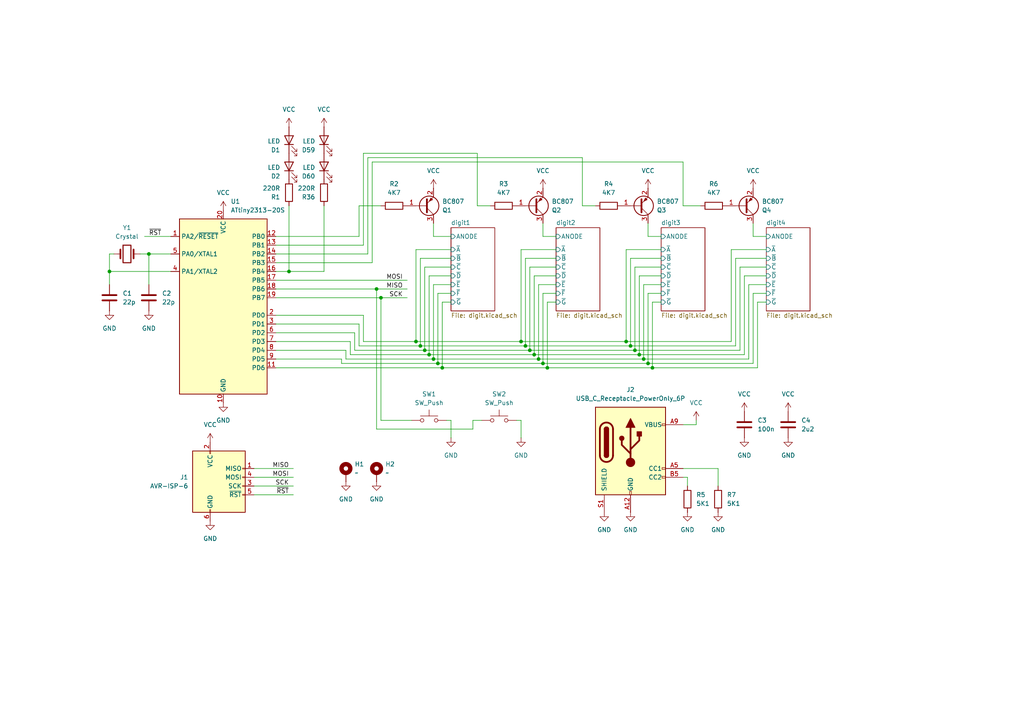
<source format=kicad_sch>
(kicad_sch (version 20250114) (generator "eeschema") (generator_version "9.0")
  (paper "A4")
  (title_block (title "SKADIS LED clock") (date "2025-10-11") (rev "A") (company "A. K."))
  (lib_symbols
    (symbol "Connector:AVR-ISP-6" (pin_names (offset 1.016))
      (property "Reference" "J" (at -6.35 11.43 0))
      (property "Value" "AVR-ISP-6" (at 0 11.43 0))
      (symbol "AVR-ISP-6_0_1"
        (rectangle (start -2.667 10.16) (end -2.413 9.398))
        (rectangle (start -2.667 -6.858) (end -2.413 -7.62))
        (rectangle (start 7.62 10.16) (end -7.62 -7.62) (stroke (width 0.254)) (fill (type background)))
        (rectangle (start 7.62 5.207) (end 6.858 4.953))
        (rectangle (start 7.62 2.667) (end 6.858 2.413))
        (rectangle (start 7.62 0.127) (end 6.858 -0.127))
        (rectangle (start 7.62 -2.413) (end 6.858 -2.667))
      )
      (symbol "AVR-ISP-6_1_1"
        (pin passive line (at -2.54 12.7 270) (length 2.54) (name "VCC") (number "2"))
        (pin passive line (at -2.54 -10.16 90) (length 2.54) (name "GND") (number "6"))
        (pin passive line (at 10.16 5.08 180) (length 2.54) (name "MISO") (number "1"))
        (pin passive line (at 10.16 2.54 180) (length 2.54) (name "MOSI") (number "4"))
        (pin passive line (at 10.16 0 180) (length 2.54) (name "SCK") (number "3"))
        (pin passive line (at 10.16 -2.54 180) (length 2.54) (name "~{RST}") (number "5"))
      )
    )
    (symbol "Connector:USB_C_Receptacle_PowerOnly_6P" (pin_names (offset 1.016))
      (property "Reference" "J" (at 0 16.51 0))
      (property "Value" "USB_C_Receptacle_PowerOnly_6P" (at 0 13.97 0))
      (symbol "USB_C_Receptacle_PowerOnly_6P_0_0"
        (rectangle (start -0.254 -12.7) (end 0.254 -11.684))
        (rectangle (start 10.16 7.874) (end 9.144 7.366))
        (rectangle (start 10.16 -4.826) (end 9.144 -5.334))
        (rectangle (start 10.16 -7.366) (end 9.144 -7.874))
      )
      (symbol "USB_C_Receptacle_PowerOnly_6P_0_1"
        (rectangle (start -10.16 12.7) (end 10.16 -12.7) (stroke (width 0.254)) (fill (type background)))
        (polyline (pts (xy -8.89 -1.27) (xy -8.89 6.35)) (stroke (width 0.508)))
        (rectangle (start -7.62 -1.27) (end -6.35 6.35) (stroke (width 0.254)) (fill (type outline)))
        (arc (start -7.62 6.35) (mid -6.985 6.9823) (end -6.35 6.35) (stroke (width 0.254)))
        (arc (start -7.62 6.35) (mid -6.985 6.9823) (end -6.35 6.35) (stroke (width 0.254)) (fill (type outline)))
        (arc (start -8.89 6.35) (mid -6.985 8.2467) (end -5.08 6.35) (stroke (width 0.508)))
        (arc (start -5.08 -1.27) (mid -6.985 -3.1667) (end -8.89 -1.27) (stroke (width 0.508)))
        (arc (start -6.35 -1.27) (mid -6.985 -1.9023) (end -7.62 -1.27) (stroke (width 0.254)))
        (arc (start -6.35 -1.27) (mid -6.985 -1.9023) (end -7.62 -1.27) (stroke (width 0.254)) (fill (type outline)))
        (polyline (pts (xy -5.08 6.35) (xy -5.08 -1.27)) (stroke (width 0.508)))
        (circle (center -2.54 3.683) (radius 0.635) (stroke (width 0.254)) (fill (type outline)))
        (polyline (pts (xy -1.27 6.858) (xy 0 9.398) (xy 1.27 6.858) (xy -1.27 6.858)) (stroke (width 0.254)) (fill (type outline)))
        (polyline (pts (xy 0 0.508) (xy 2.54 3.048) (xy 2.54 4.318)) (stroke (width 0.508)))
        (polyline (pts (xy 0 -0.762) (xy -2.54 1.778) (xy -2.54 3.048)) (stroke (width 0.508)))
        (polyline (pts (xy 0 -3.302) (xy 0 6.858)) (stroke (width 0.508)))
        (circle (center 0 -3.302) (radius 1.27) (fill (type outline)))
        (rectangle (start 1.905 4.318) (end 3.175 5.588) (stroke (width 0.254)) (fill (type outline)))
      )
      (symbol "USB_C_Receptacle_PowerOnly_6P_1_1"
        (pin passive line (at -7.62 -17.78 90) (length 5.08) (name "SHIELD") (number "S1"))
        (pin passive line (at 0 -17.78 90) (length 5.08) (name "GND") (number "A12"))
        (pin passive line (at 0 -17.78 90) (length 5.08) (hide yes) (name "GND") (number "B12"))
        (pin passive line (at 15.24 7.62 180) (length 5.08) (name "VBUS") (number "A9"))
        (pin passive line (at 15.24 7.62 180) (length 5.08) (hide yes) (name "VBUS") (number "B9"))
        (pin bidirectional line (at 15.24 -5.08 180) (length 5.08) (name "CC1") (number "A5"))
        (pin bidirectional line (at 15.24 -7.62 180) (length 5.08) (name "CC2") (number "B5"))
      )
    )
    (symbol "Device:C" (pin_numbers (hide yes)) (pin_names (offset 0.254))
      (property "Reference" "C" (at 0.635 2.54 0))
      (property "Value" "C" (at 0.635 -2.54 0))
      (symbol "C_0_1"
        (polyline (pts (xy -2.032 0.762) (xy 2.032 0.762)) (stroke (width 0.508)))
        (polyline (pts (xy -2.032 -0.762) (xy 2.032 -0.762)) (stroke (width 0.508)))
      )
      (symbol "C_1_1"
        (pin passive line (at 0 3.81 270) (length 2.794) (name "~") (number "1"))
        (pin passive line (at 0 -3.81 90) (length 2.794) (name "~") (number "2"))
      )
    )
    (symbol "Device:Crystal" (pin_numbers (hide yes)) (pin_names (offset 1.016) (hide yes))
      (property "Reference" "Y" (at 0 3.81 0))
      (property "Value" "Crystal" (at 0 -3.81 0))
      (symbol "Crystal_0_1"
        (polyline (pts (xy -2.54 0) (xy -1.905 0)))
        (polyline (pts (xy -1.905 -1.27) (xy -1.905 1.27)) (stroke (width 0.508)))
        (rectangle (start -1.143 2.54) (end 1.143 -2.54) (stroke (width 0.3048)))
        (polyline (pts (xy 1.905 -1.27) (xy 1.905 1.27)) (stroke (width 0.508)))
        (polyline (pts (xy 2.54 0) (xy 1.905 0)))
      )
      (symbol "Crystal_1_1"
        (pin passive line (at -3.81 0 0) (length 1.27) (name "1") (number "1"))
        (pin passive line (at 3.81 0 180) (length 1.27) (name "2") (number "2"))
      )
    )
    (symbol "Device:LED" (pin_numbers (hide yes)) (pin_names (offset 1.016) (hide yes))
      (property "Reference" "D" (at 0 2.54 0))
      (property "Value" "LED" (at 0 -2.54 0))
      (symbol "LED_0_1"
        (polyline (pts (xy -3.048 -0.762) (xy -4.572 -2.286) (xy -3.81 -2.286) (xy -4.572 -2.286) (xy -4.572 -1.524)))
        (polyline (pts (xy -1.778 -0.762) (xy -3.302 -2.286) (xy -2.54 -2.286) (xy -3.302 -2.286) (xy -3.302 -1.524)))
        (polyline (pts (xy -1.27 0) (xy 1.27 0)))
        (polyline (pts (xy -1.27 -1.27) (xy -1.27 1.27)) (stroke (width 0.254)))
        (polyline (pts (xy 1.27 -1.27) (xy 1.27 1.27) (xy -1.27 0) (xy 1.27 -1.27)) (stroke (width 0.254)))
      )
      (symbol "LED_1_1"
        (pin passive line (at -3.81 0 0) (length 2.54) (name "K") (number "1"))
        (pin passive line (at 3.81 0 180) (length 2.54) (name "A") (number "2"))
      )
    )
    (symbol "Device:R" (pin_numbers (hide yes)) (pin_names (offset 0))
      (property "Reference" "R" (at 2.032 0 90))
      (property "Value" "R" (at 0 0 90))
      (symbol "R_0_1"
        (rectangle (start -1.016 -2.54) (end 1.016 2.54) (stroke (width 0.254)))
      )
      (symbol "R_1_1"
        (pin passive line (at 0 3.81 270) (length 1.27) (name "~") (number "1"))
        (pin passive line (at 0 -3.81 90) (length 1.27) (name "~") (number "2"))
      )
    )
    (symbol "MCU_Microchip_ATtiny:ATtiny2313-20S"
      (property "Reference" "U" (at -12.7 26.67 0))
      (property "Value" "ATtiny2313-20S" (at 2.54 -26.67 0))
      (symbol "ATtiny2313-20S_0_1"
        (rectangle (start -12.7 -25.4) (end 12.7 25.4) (stroke (width 0.254)) (fill (type background)))
      )
      (symbol "ATtiny2313-20S_1_1"
        (pin bidirectional line (at -15.24 20.32 0) (length 2.54) (name "PA2/~{RESET}") (number "1"))
        (pin bidirectional line (at -15.24 15.24 0) (length 2.54) (name "PA0/XTAL1") (number "5"))
        (pin bidirectional line (at -15.24 10.16 0) (length 2.54) (name "PA1/XTAL2") (number "4"))
        (pin power_in line (at 0 27.94 270) (length 2.54) (name "VCC") (number "20"))
        (pin power_in line (at 0 -27.94 90) (length 2.54) (name "GND") (number "10"))
        (pin bidirectional line (at 15.24 20.32 180) (length 2.54) (name "PB0") (number "12"))
        (pin bidirectional line (at 15.24 17.78 180) (length 2.54) (name "PB1") (number "13"))
        (pin bidirectional line (at 15.24 15.24 180) (length 2.54) (name "PB2") (number "14"))
        (pin bidirectional line (at 15.24 12.7 180) (length 2.54) (name "PB3") (number "15"))
        (pin bidirectional line (at 15.24 10.16 180) (length 2.54) (name "PB4") (number "16"))
        (pin bidirectional line (at 15.24 7.62 180) (length 2.54) (name "PB5") (number "17"))
        (pin bidirectional line (at 15.24 5.08 180) (length 2.54) (name "PB6") (number "18"))
        (pin bidirectional line (at 15.24 2.54 180) (length 2.54) (name "PB7") (number "19"))
        (pin bidirectional line (at 15.24 -2.54 180) (length 2.54) (name "PD0") (number "2"))
        (pin bidirectional line (at 15.24 -5.08 180) (length 2.54) (name "PD1") (number "3"))
        (pin bidirectional line (at 15.24 -7.62 180) (length 2.54) (name "PD2") (number "6"))
        (pin bidirectional line (at 15.24 -10.16 180) (length 2.54) (name "PD3") (number "7"))
        (pin bidirectional line (at 15.24 -12.7 180) (length 2.54) (name "PD4") (number "8"))
        (pin bidirectional line (at 15.24 -15.24 180) (length 2.54) (name "PD5") (number "9"))
        (pin bidirectional line (at 15.24 -17.78 180) (length 2.54) (name "PD6") (number "11"))
      )
    )
    (symbol "Mechanical:MountingHole_Pad_MP" (pin_numbers (hide yes)) (pin_names (offset 1.016) (hide yes)) (in_bom no)
      (property "Reference" "H" (at 0 6.35 0))
      (property "Value" "MountingHole_Pad_MP" (at 0 4.445 0))
      (symbol "MountingHole_Pad_MP_0_1"
        (circle (center 0 1.27) (radius 1.27) (stroke (width 1.27)))
      )
      (symbol "MountingHole_Pad_MP_1_1"
        (pin input line (at 0 -2.54 90) (length 2.54) (name "MP") (number "MP"))
      )
    )
    (symbol "Switch:SW_Push" (pin_numbers (hide yes)) (pin_names (offset 1.016) (hide yes))
      (property "Reference" "SW" (at 1.27 2.54 0))
      (property "Value" "SW_Push" (at 0 -1.524 0))
      (symbol "SW_Push_0_1"
        (circle (center -2.032 0) (radius 0.508))
        (polyline (pts (xy 0 1.27) (xy 0 3.048)))
        (circle (center 2.032 0) (radius 0.508))
        (polyline (pts (xy 2.54 1.27) (xy -2.54 1.27)))
        (pin passive line (at -5.08 0 0) (length 2.54) (name "1") (number "1"))
        (pin passive line (at 5.08 0 180) (length 2.54) (name "2") (number "2"))
      )
    )
    (symbol "Transistor_BJT:BC807" (pin_names (offset 0) (hide yes))
      (property "Reference" "Q" (at 5.08 1.905 0))
      (property "Value" "BC807" (at 5.08 0 0))
      (symbol "BC807_0_1"
        (polyline (pts (xy -2.54 0) (xy 0.635 0)))
        (polyline (pts (xy 0.635 1.905) (xy 0.635 -1.905)) (stroke (width 0.508)))
        (polyline (pts (xy 0.635 0.635) (xy 2.54 2.54)))
        (polyline (pts (xy 0.635 -0.635) (xy 2.54 -2.54)))
        (circle (center 1.27 0) (radius 2.8194) (stroke (width 0.254)))
        (polyline (pts (xy 2.286 -1.778) (xy 1.778 -2.286) (xy 1.27 -1.27) (xy 2.286 -1.778)) (fill (type outline)))
      )
      (symbol "BC807_1_1"
        (pin input line (at -5.08 0 0) (length 2.54) (name "B") (number "1"))
        (pin passive line (at 2.54 5.08 270) (length 2.54) (name "C") (number "3"))
        (pin passive line (at 2.54 -5.08 90) (length 2.54) (name "E") (number "2"))
      )
    )
    (symbol "power:GND" (power) (pin_numbers (hide yes)) (pin_names (offset 0) (hide yes))
      (property "Value" "GND" (at 0 -3.81 0))
      (symbol "GND_0_1"
        (polyline (pts (xy 0 0) (xy 0 -1.27) (xy 1.27 -1.27) (xy 0 -2.54) (xy -1.27 -1.27) (xy 0 -1.27)))
      )
      (symbol "GND_1_1"
        (pin power_in line (at 0 0 270) (length 0) (name "~") (number "1"))
      )
    )
    (symbol "power:VCC" (power) (pin_numbers (hide yes)) (pin_names (offset 0) (hide yes))
      (property "Value" "VCC" (at 0 3.556 0))
      (symbol "VCC_0_1"
        (polyline (pts (xy -0.762 1.27) (xy 0 2.54)))
        (polyline (pts (xy 0 2.54) (xy 0.762 1.27)))
        (polyline (pts (xy 0 0) (xy 0 2.54)))
      )
      (symbol "VCC_1_1"
        (pin power_in line (at 0 0 90) (length 0) (name "~") (number "1"))
      )
    )
  )
  (junction (at 189.23 106.68))
  (junction (at 151.13 99.06))
  (junction (at 158.75 106.68))
  (junction (at 128.27 106.68))
  (junction (at 124.46 102.87))
  (junction (at 156.21 104.14))
  (junction (at 31.75 78.74))
  (junction (at 184.15 101.6))
  (junction (at 127 105.41))
  (junction (at 110.49 86.36))
  (junction (at 83.82 78.74))
  (junction (at 153.67 101.6))
  (junction (at 43.18 73.66))
  (junction (at 121.92 100.33))
  (junction (at 181.61 99.06))
  (junction (at 182.88 100.33))
  (junction (at 185.42 102.87))
  (junction (at 123.19 101.6))
  (junction (at 152.4 100.33))
  (junction (at 120.65 99.06))
  (junction (at 154.94 102.87))
  (junction (at 187.96 105.41))
  (junction (at 157.48 105.41))
  (junction (at 186.69 104.14))
  (junction (at 109.22 83.82))
  (junction (at 125.73 104.14))
  (wire (pts (xy 104.14 100.33) (xy 104.14 93.98)))
  (wire (pts (xy 212.09 72.39) (xy 222.25 72.39)))
  (wire (pts (xy 153.67 101.6) (xy 123.19 101.6)))
  (wire (pts (xy 198.12 59.69) (xy 203.2 59.69)))
  (wire (pts (xy 186.69 104.14) (xy 186.69 82.55)))
  (wire (pts (xy 187.96 105.41) (xy 187.96 85.09)))
  (wire (pts (xy 80.01 91.44) (xy 105.41 91.44)))
  (wire (pts (xy 161.29 72.39) (xy 151.13 72.39)))
  (wire (pts (xy 189.23 106.68) (xy 189.23 87.63)))
  (wire (pts (xy 121.92 100.33) (xy 104.14 100.33)))
  (wire (pts (xy 125.73 104.14) (xy 100.33 104.14)))
  (wire (pts (xy 73.66 138.43) (xy 85.09 138.43)))
  (wire (pts (xy 212.09 99.06) (xy 212.09 72.39)))
  (wire (pts (xy 215.9 102.87) (xy 215.9 80.01)))
  (wire (pts (xy 109.22 83.82) (xy 118.11 83.82)))
  (wire (pts (xy 161.29 74.93) (xy 152.4 74.93)))
  (wire (pts (xy 123.19 101.6) (xy 102.87 101.6)))
  (wire (pts (xy 128.27 106.68) (xy 128.27 87.63)))
  (wire (pts (xy 102.87 96.52) (xy 80.01 96.52)))
  (wire (pts (xy 158.75 87.63) (xy 158.75 106.68)))
  (wire (pts (xy 201.93 123.19) (xy 201.93 121.92)))
  (wire (pts (xy 104.14 68.58) (xy 104.14 59.69)))
  (wire (pts (xy 31.75 73.66) (xy 33.02 73.66)))
  (wire (pts (xy 154.94 80.01) (xy 154.94 102.87)))
  (wire (pts (xy 156.21 104.14) (xy 186.69 104.14)))
  (wire (pts (xy 80.01 86.36) (xy 110.49 86.36)))
  (wire (pts (xy 157.48 105.41) (xy 127 105.41)))
  (wire (pts (xy 157.48 68.58) (xy 157.48 64.77)))
  (wire (pts (xy 31.75 78.74) (xy 31.75 82.55)))
  (wire (pts (xy 214.63 101.6) (xy 214.63 77.47)))
  (wire (pts (xy 156.21 104.14) (xy 125.73 104.14)))
  (wire (pts (xy 152.4 100.33) (xy 182.88 100.33)))
  (wire (pts (xy 80.01 81.28) (xy 118.11 81.28)))
  (wire (pts (xy 123.19 77.47) (xy 130.81 77.47)))
  (wire (pts (xy 189.23 106.68) (xy 219.71 106.68)))
  (wire (pts (xy 158.75 106.68) (xy 128.27 106.68)))
  (wire (pts (xy 104.14 59.69) (xy 110.49 59.69)))
  (wire (pts (xy 185.42 102.87) (xy 185.42 80.01)))
  (wire (pts (xy 184.15 77.47) (xy 191.77 77.47)))
  (wire (pts (xy 191.77 68.58) (xy 187.96 68.58)))
  (wire (pts (xy 100.33 104.14) (xy 100.33 101.6)))
  (wire (pts (xy 199.39 138.43) (xy 198.12 138.43)))
  (wire (pts (xy 218.44 68.58) (xy 218.44 64.77)))
  (wire (pts (xy 219.71 106.68) (xy 219.71 87.63)))
  (wire (pts (xy 187.96 105.41) (xy 218.44 105.41)))
  (wire (pts (xy 105.41 99.06) (xy 105.41 91.44)))
  (wire (pts (xy 161.29 68.58) (xy 157.48 68.58)))
  (wire (pts (xy 110.49 86.36) (xy 118.11 86.36)))
  (wire (pts (xy 73.66 140.97) (xy 85.09 140.97)))
  (wire (pts (xy 99.06 104.14) (xy 80.01 104.14)))
  (wire (pts (xy 168.91 59.69) (xy 172.72 59.69)))
  (wire (pts (xy 187.96 85.09) (xy 191.77 85.09)))
  (wire (pts (xy 41.91 68.58) (xy 49.53 68.58)))
  (wire (pts (xy 110.49 121.92) (xy 110.49 86.36)))
  (wire (pts (xy 102.87 101.6) (xy 102.87 96.52)))
  (wire (pts (xy 153.67 101.6) (xy 184.15 101.6)))
  (wire (pts (xy 125.73 82.55) (xy 130.81 82.55)))
  (wire (pts (xy 222.25 68.58) (xy 218.44 68.58)))
  (wire (pts (xy 181.61 99.06) (xy 181.61 72.39)))
  (wire (pts (xy 93.98 78.74) (xy 93.98 59.69)))
  (wire (pts (xy 161.29 87.63) (xy 158.75 87.63)))
  (wire (pts (xy 184.15 101.6) (xy 184.15 77.47)))
  (wire (pts (xy 138.43 59.69) (xy 142.24 59.69)))
  (wire (pts (xy 127 85.09) (xy 130.81 85.09)))
  (wire (pts (xy 100.33 101.6) (xy 80.01 101.6)))
  (wire (pts (xy 185.42 80.01) (xy 191.77 80.01)))
  (wire (pts (xy 124.46 80.01) (xy 130.81 80.01)))
  (wire (pts (xy 101.6 102.87) (xy 101.6 99.06)))
  (wire (pts (xy 107.95 76.2) (xy 107.95 46.99)))
  (wire (pts (xy 99.06 105.41) (xy 99.06 104.14)))
  (wire (pts (xy 186.69 104.14) (xy 217.17 104.14)))
  (wire (pts (xy 80.01 68.58) (xy 104.14 68.58)))
  (wire (pts (xy 217.17 104.14) (xy 217.17 82.55)))
  (wire (pts (xy 80.01 106.68) (xy 128.27 106.68)))
  (wire (pts (xy 154.94 102.87) (xy 124.46 102.87)))
  (wire (pts (xy 120.65 99.06) (xy 105.41 99.06)))
  (wire (pts (xy 43.18 73.66) (xy 49.53 73.66)))
  (wire (pts (xy 161.29 80.01) (xy 154.94 80.01)))
  (wire (pts (xy 218.44 105.41) (xy 218.44 85.09)))
  (wire (pts (xy 218.44 85.09) (xy 222.25 85.09)))
  (wire (pts (xy 161.29 85.09) (xy 157.48 85.09)))
  (wire (pts (xy 152.4 74.93) (xy 152.4 100.33)))
  (wire (pts (xy 187.96 68.58) (xy 187.96 64.77)))
  (wire (pts (xy 182.88 74.93) (xy 191.77 74.93)))
  (wire (pts (xy 106.68 45.72) (xy 168.91 45.72)))
  (wire (pts (xy 73.66 143.51) (xy 85.09 143.51)))
  (wire (pts (xy 127 105.41) (xy 127 85.09)))
  (wire (pts (xy 124.46 102.87) (xy 101.6 102.87)))
  (wire (pts (xy 185.42 102.87) (xy 215.9 102.87)))
  (wire (pts (xy 138.43 44.45) (xy 138.43 59.69)))
  (wire (pts (xy 151.13 121.92) (xy 149.86 121.92)))
  (wire (pts (xy 151.13 72.39) (xy 151.13 99.06)))
  (wire (pts (xy 154.94 102.87) (xy 185.42 102.87)))
  (wire (pts (xy 157.48 105.41) (xy 187.96 105.41)))
  (wire (pts (xy 80.01 83.82) (xy 109.22 83.82)))
  (wire (pts (xy 80.01 76.2) (xy 107.95 76.2)))
  (wire (pts (xy 129.54 121.92) (xy 130.81 121.92)))
  (wire (pts (xy 120.65 99.06) (xy 120.65 72.39)))
  (wire (pts (xy 125.73 104.14) (xy 125.73 82.55)))
  (wire (pts (xy 80.01 71.12) (xy 105.41 71.12)))
  (wire (pts (xy 198.12 135.89) (xy 208.28 135.89)))
  (wire (pts (xy 219.71 87.63) (xy 222.25 87.63)))
  (wire (pts (xy 161.29 82.55) (xy 156.21 82.55)))
  (wire (pts (xy 83.82 59.69) (xy 83.82 78.74)))
  (wire (pts (xy 151.13 99.06) (xy 181.61 99.06)))
  (wire (pts (xy 43.18 73.66) (xy 43.18 82.55)))
  (wire (pts (xy 105.41 44.45) (xy 138.43 44.45)))
  (wire (pts (xy 31.75 78.74) (xy 49.53 78.74)))
  (wire (pts (xy 101.6 99.06) (xy 80.01 99.06)))
  (wire (pts (xy 213.36 74.93) (xy 222.25 74.93)))
  (wire (pts (xy 105.41 71.12) (xy 105.41 44.45)))
  (wire (pts (xy 40.64 73.66) (xy 43.18 73.66)))
  (wire (pts (xy 151.13 99.06) (xy 120.65 99.06)))
  (wire (pts (xy 181.61 99.06) (xy 212.09 99.06)))
  (wire (pts (xy 168.91 45.72) (xy 168.91 59.69)))
  (wire (pts (xy 121.92 100.33) (xy 121.92 74.93)))
  (wire (pts (xy 158.75 106.68) (xy 189.23 106.68)))
  (wire (pts (xy 213.36 100.33) (xy 213.36 74.93)))
  (wire (pts (xy 189.23 87.63) (xy 191.77 87.63)))
  (wire (pts (xy 120.65 72.39) (xy 130.81 72.39)))
  (wire (pts (xy 110.49 121.92) (xy 119.38 121.92)))
  (wire (pts (xy 214.63 77.47) (xy 222.25 77.47)))
  (wire (pts (xy 208.28 135.89) (xy 208.28 140.97)))
  (wire (pts (xy 157.48 85.09) (xy 157.48 105.41)))
  (wire (pts (xy 128.27 87.63) (xy 130.81 87.63)))
  (wire (pts (xy 156.21 82.55) (xy 156.21 104.14)))
  (wire (pts (xy 198.12 123.19) (xy 201.93 123.19)))
  (wire (pts (xy 107.95 46.99) (xy 198.12 46.99)))
  (wire (pts (xy 186.69 82.55) (xy 191.77 82.55)))
  (wire (pts (xy 109.22 124.46) (xy 109.22 83.82)))
  (wire (pts (xy 215.9 80.01) (xy 222.25 80.01)))
  (wire (pts (xy 124.46 102.87) (xy 124.46 80.01)))
  (wire (pts (xy 83.82 78.74) (xy 93.98 78.74)))
  (wire (pts (xy 123.19 101.6) (xy 123.19 77.47)))
  (wire (pts (xy 73.66 135.89) (xy 85.09 135.89)))
  (wire (pts (xy 184.15 101.6) (xy 214.63 101.6)))
  (wire (pts (xy 125.73 68.58) (xy 125.73 64.77)))
  (wire (pts (xy 137.16 121.92) (xy 137.16 124.46)))
  (wire (pts (xy 182.88 100.33) (xy 182.88 74.93)))
  (wire (pts (xy 153.67 77.47) (xy 153.67 101.6)))
  (wire (pts (xy 127 105.41) (xy 99.06 105.41)))
  (wire (pts (xy 83.82 78.74) (xy 80.01 78.74)))
  (wire (pts (xy 31.75 78.74) (xy 31.75 73.66)))
  (wire (pts (xy 182.88 100.33) (xy 213.36 100.33)))
  (wire (pts (xy 80.01 73.66) (xy 106.68 73.66)))
  (wire (pts (xy 80.01 93.98) (xy 104.14 93.98)))
  (wire (pts (xy 181.61 72.39) (xy 191.77 72.39)))
  (wire (pts (xy 130.81 68.58) (xy 125.73 68.58)))
  (wire (pts (xy 199.39 140.97) (xy 199.39 138.43)))
  (wire (pts (xy 137.16 124.46) (xy 109.22 124.46)))
  (wire (pts (xy 198.12 46.99) (xy 198.12 59.69)))
  (wire (pts (xy 106.68 73.66) (xy 106.68 45.72)))
  (wire (pts (xy 137.16 121.92) (xy 139.7 121.92)))
  (wire (pts (xy 151.13 127) (xy 151.13 121.92)))
  (wire (pts (xy 161.29 77.47) (xy 153.67 77.47)))
  (wire (pts (xy 121.92 74.93) (xy 130.81 74.93)))
  (wire (pts (xy 130.81 127) (xy 130.81 121.92)))
  (wire (pts (xy 217.17 82.55) (xy 222.25 82.55)))
  (wire (pts (xy 152.4 100.33) (xy 121.92 100.33)))
  (label "MISO" (at 83.82 135.89 180))
  (label "MOSI" (at 116.84 81.28 180))
  (label "MISO" (at 116.84 83.82 180))
  (label "SCK" (at 116.84 86.36 180))
  (label "~{RST}" (at 83.82 143.51 180))
  (label "~{RST}" (at 43.18 68.58 0))
  (label "MOSI" (at 83.82 138.43 180))
  (label "SCK" (at 83.82 140.97 180))
  (symbol (lib_id "Switch:SW_Push") (at 124.46 121.92 0) (unit 1)
    (property "Reference" "SW1" (at 124.46 114.3 0))
    (property "Value" "SW_Push" (at 124.46 116.84 0))
    (property "Footprint" "Button_Switch_SMD:SW_Tactile_SPST_NO_Straight_CK_PTS636Sx25SMTRLFS" (effects (hide yes)))
    (property "Description" "Push button switch, generic, two pins" (effects (hide yes)))
  )
  (symbol (lib_id "Mechanical:MountingHole_Pad_MP") (at 100.33 137.16 0) (unit 1) (in_bom no)
    (property "Reference" "H1" (at 102.87 134.6199 0) (effects (justify left)))
    (property "Value" "~" (at 102.87 137.1599 0) (effects (justify left)))
    (property "Footprint" "MountingHole:MountingHole_3.2mm_M3_Pad_Via" (effects (hide yes)))
    (property "Description" "Mounting Hole with connection as pad named MP" (effects (hide yes)))
  )
  (symbol (lib_id "power:VCC") (at 218.44 54.61 0) (unit 1)
    (property "Reference" "#PWR020" (effects (hide yes)))
    (property "Value" "VCC" (at 218.44 49.53 0))
    (property "Description" "Power symbol creates a global label with name \"VCC\"" (effects (hide yes)))
  )
  (symbol (lib_id "Device:R") (at 83.82 55.88 180) (unit 1)
    (property "Reference" "R1" (at 81.28 57.1501 0) (effects (justify left)))
    (property "Value" "220R" (at 81.28 54.6101 0) (effects (justify left)))
    (property "Footprint" "Resistor_SMD:R_0805_2012Metric" (effects (hide yes)))
    (property "Description" "Resistor" (effects (hide yes)))
  )
  (symbol (lib_id "Mechanical:MountingHole_Pad_MP") (at 109.22 137.16 0) (unit 1) (in_bom no)
    (property "Reference" "H2" (at 111.76 134.6199 0) (effects (justify left)))
    (property "Value" "~" (at 111.76 137.1599 0) (effects (justify left)))
    (property "Footprint" "MountingHole:MountingHole_3.2mm_M3_Pad_Via" (effects (hide yes)))
    (property "Description" "Mounting Hole with connection as pad named MP" (effects (hide yes)))
  )
  (symbol (lib_id "Device:C") (at 215.9 123.19 0) (unit 1)
    (property "Reference" "C3" (at 219.71 121.9199 0) (effects (justify left)))
    (property "Value" "100n" (at 219.71 124.4599 0) (effects (justify left)))
    (property "Footprint" "Capacitor_SMD:C_0805_2012Metric" (effects (hide yes)))
    (property "Description" "Unpolarized capacitor" (effects (hide yes)))
  )
  (symbol (lib_id "Connector:USB_C_Receptacle_PowerOnly_6P") (at 182.88 130.81 0) (unit 1)
    (property "Reference" "J2" (at 182.88 113.03 0))
    (property "Value" "USB_C_Receptacle_PowerOnly_6P" (at 182.88 115.57 0))
    (property "Footprint" "Connector_USB:USB_C_Receptacle_GCT_USB4125-xx-x-0190_6P_TopMnt_Horizontal" (effects (hide yes)))
    (property "Datasheet" "https://www.usb.org/sites/default/files/documents/usb_type-c.zip" (effects (hide yes)))
    (property "Description" "USB Power-Only 6P Type-C Receptacle connector" (effects (hide yes)))
  )
  (symbol (lib_id "Device:R") (at 146.05 59.69 270) (unit 1)
    (property "Reference" "R3" (at 146.05 53.34 90))
    (property "Value" "4K7" (at 146.05 55.88 90))
    (property "Footprint" "Resistor_SMD:R_0805_2012Metric" (effects (hide yes)))
    (property "Description" "Resistor" (effects (hide yes)))
  )
  (symbol (lib_id "power:GND") (at 175.26 148.59 0) (unit 1)
    (property "Reference" "#PWR012" (effects (hide yes)))
    (property "Value" "GND" (at 175.26 153.67 0))
    (property "Description" "Power symbol creates a global label with name \"GND\" , ground" (effects (hide yes)))
  )
  (symbol (lib_id "power:VCC") (at 187.96 54.61 0) (unit 1)
    (property "Reference" "#PWR014" (effects (hide yes)))
    (property "Value" "VCC" (at 187.96 49.53 0))
    (property "Description" "Power symbol creates a global label with name \"VCC\"" (effects (hide yes)))
  )
  (symbol (lib_id "Transistor_BJT:BC807") (at 215.9 59.69 0) (mirror x) (unit 1)
    (property "Reference" "Q4" (at 220.98 60.9601 0) (effects (justify left)))
    (property "Value" "BC807" (at 220.98 58.4201 0) (effects (justify left)))
    (property "Footprint" "Package_TO_SOT_SMD:SOT-23" (effects (hide yes)))
    (property "Datasheet" "https://www.onsemi.com/pub/Collateral/BC808-D.pdf" (effects (hide yes)))
    (property "Description" "0.8A Ic, 45V Vce, PNP Transistor, SOT-23" (effects (hide yes)))
  )
  (symbol (lib_id "Device:R") (at 176.53 59.69 270) (unit 1)
    (property "Reference" "R4" (at 176.53 53.34 90))
    (property "Value" "4K7" (at 176.53 55.88 90))
    (property "Footprint" "Resistor_SMD:R_0805_2012Metric" (effects (hide yes)))
    (property "Description" "Resistor" (effects (hide yes)))
  )
  (symbol (lib_id "power:GND") (at 182.88 148.59 0) (unit 1)
    (property "Reference" "#PWR013" (effects (hide yes)))
    (property "Value" "GND" (at 182.88 153.67 0))
    (property "Description" "Power symbol creates a global label with name \"GND\" , ground" (effects (hide yes)))
  )
  (symbol (lib_id "power:VCC") (at 201.93 121.92 0) (unit 1)
    (property "Reference" "#PWR016" (effects (hide yes)))
    (property "Value" "VCC" (at 201.93 116.84 0))
    (property "Description" "Power symbol creates a global label with name \"VCC\"" (effects (hide yes)))
  )
  (symbol (lib_id "power:VCC") (at 60.96 128.27 0) (unit 1)
    (property "Reference" "#PWR03" (effects (hide yes)))
    (property "Value" "VCC" (at 60.96 123.19 0))
    (property "Description" "Power symbol creates a global label with name \"VCC\"" (effects (hide yes)))
  )
  (symbol (lib_id "power:GND") (at 60.96 151.13 0) (unit 1)
    (property "Reference" "#PWR04" (effects (hide yes)))
    (property "Value" "GND" (at 60.96 156.21 0))
    (property "Description" "Power symbol creates a global label with name \"GND\" , ground" (effects (hide yes)))
  )
  (symbol (lib_id "Device:C") (at 43.18 86.36 0) (unit 1)
    (property "Reference" "C2" (at 46.99 85.0899 0) (effects (justify left)))
    (property "Value" "22p" (at 46.99 87.6299 0) (effects (justify left)))
    (property "Footprint" "Capacitor_SMD:C_0805_2012Metric" (effects (hide yes)))
    (property "Description" "Unpolarized capacitor" (effects (hide yes)))
  )
  (symbol (lib_id "power:GND") (at 130.81 127 0) (unit 1)
    (property "Reference" "#PWR09" (effects (hide yes)))
    (property "Value" "GND" (at 130.81 132.08 0))
    (property "Description" "Power symbol creates a global label with name \"GND\" , ground" (effects (hide yes)))
  )
  (symbol (lib_id "Transistor_BJT:BC807") (at 185.42 59.69 0) (mirror x) (unit 1)
    (property "Reference" "Q3" (at 190.5 60.9601 0) (effects (justify left)))
    (property "Value" "BC807" (at 190.5 58.4201 0) (effects (justify left)))
    (property "Footprint" "Package_TO_SOT_SMD:SOT-23" (effects (hide yes)))
    (property "Datasheet" "https://www.onsemi.com/pub/Collateral/BC808-D.pdf" (effects (hide yes)))
    (property "Description" "0.8A Ic, 45V Vce, PNP Transistor, SOT-23" (effects (hide yes)))
  )
  (symbol (lib_id "Device:R") (at 199.39 144.78 0) (unit 1)
    (property "Reference" "R5" (at 201.93 143.5099 0) (effects (justify left)))
    (property "Value" "5K1" (at 201.93 146.0499 0) (effects (justify left)))
    (property "Footprint" "Resistor_SMD:R_0805_2012Metric" (effects (hide yes)))
    (property "Description" "Resistor" (effects (hide yes)))
  )
  (symbol (lib_id "Transistor_BJT:BC807") (at 154.94 59.69 0) (mirror x) (unit 1)
    (property "Reference" "Q2" (at 160.02 60.9601 0) (effects (justify left)))
    (property "Value" "BC807" (at 160.02 58.4201 0) (effects (justify left)))
    (property "Footprint" "Package_TO_SOT_SMD:SOT-23" (effects (hide yes)))
    (property "Datasheet" "https://www.onsemi.com/pub/Collateral/BC808-D.pdf" (effects (hide yes)))
    (property "Description" "0.8A Ic, 45V Vce, PNP Transistor, SOT-23" (effects (hide yes)))
  )
  (symbol (lib_id "power:GND") (at 208.28 148.59 0) (unit 1)
    (property "Reference" "#PWR017" (effects (hide yes)))
    (property "Value" "GND" (at 208.28 153.67 0))
    (property "Description" "Power symbol creates a global label with name \"GND\" , ground" (effects (hide yes)))
  )
  (symbol (lib_id "Device:C") (at 31.75 86.36 0) (unit 1)
    (property "Reference" "C1" (at 35.56 85.0899 0) (effects (justify left)))
    (property "Value" "22p" (at 35.56 87.6299 0) (effects (justify left)))
    (property "Footprint" "Capacitor_SMD:C_0805_2012Metric" (effects (hide yes)))
    (property "Description" "Unpolarized capacitor" (effects (hide yes)))
  )
  (symbol (lib_id "power:GND") (at 215.9 127 0) (unit 1)
    (property "Reference" "#PWR019" (effects (hide yes)))
    (property "Value" "GND" (at 215.9 132.08 0))
    (property "Description" "Power symbol creates a global label with name \"GND\" , ground" (effects (hide yes)))
  )
  (symbol (lib_id "power:VCC") (at 157.48 54.61 0) (unit 1)
    (property "Reference" "#PWR011" (effects (hide yes)))
    (property "Value" "VCC" (at 157.48 49.53 0))
    (property "Description" "Power symbol creates a global label with name \"VCC\"" (effects (hide yes)))
  )
  (symbol (lib_id "Device:LED") (at 83.82 40.64 90) (unit 1)
    (property "Reference" "D1" (at 81.28 43.4976 90) (effects (justify left)))
    (property "Value" "LED" (at 81.28 40.9576 90) (effects (justify left)))
    (property "Footprint" "LED_THT:LED_D5.0mm" (effects (hide yes)))
    (property "Description" "Light emitting diode" (effects (hide yes)))
    (property "Sim.Pins" "1=K 2=A" (effects (hide yes)))
  )
  (symbol (lib_id "power:VCC") (at 228.6 119.38 0) (unit 1)
    (property "Reference" "#PWR021" (effects (hide yes)))
    (property "Value" "VCC" (at 228.6 114.3 0))
    (property "Description" "Power symbol creates a global label with name \"VCC\"" (effects (hide yes)))
  )
  (symbol (lib_id "power:VCC") (at 93.98 36.83 0) (unit 1)
    (property "Reference" "#PWR023" (effects (hide yes)))
    (property "Value" "VCC" (at 93.98 31.75 0))
    (property "Description" "Power symbol creates a global label with name \"VCC\"" (effects (hide yes)))
  )
  (symbol (lib_id "power:GND") (at 31.75 90.17 0) (unit 1)
    (property "Reference" "#PWR01" (effects (hide yes)))
    (property "Value" "GND" (at 31.75 95.25 0))
    (property "Description" "Power symbol creates a global label with name \"GND\" , ground" (effects (hide yes)))
  )
  (symbol (lib_id "power:GND") (at 228.6 127 0) (unit 1)
    (property "Reference" "#PWR022" (effects (hide yes)))
    (property "Value" "GND" (at 228.6 132.08 0))
    (property "Description" "Power symbol creates a global label with name \"GND\" , ground" (effects (hide yes)))
  )
  (symbol (lib_id "MCU_Microchip_ATtiny:ATtiny2313-20S") (at 64.77 88.9 0) (unit 1)
    (property "Reference" "U1" (at 66.9133 58.42 0) (effects (justify left)))
    (property "Value" "ATtiny2313-20S" (at 66.9133 60.96 0) (effects (justify left)))
    (property "Footprint" "Package_SO:SOIC-20W_7.5x12.8mm_P1.27mm" (effects (hide yes)))
    (property "Datasheet" "http://ww1.microchip.com/downloads/en/DeviceDoc/Atmel-2543-AVR-ATtiny2313_Datasheet.pdf" (effects (hide yes)))
    (property "Description" "20MHz, 2kB Flash, 128B SRAM, 128B EEPROM, debugWIRE, SOIC-20" (effects (hide yes)))
  )
  (symbol (lib_id "Device:R") (at 207.01 59.69 270) (unit 1)
    (property "Reference" "R6" (at 207.01 53.34 90))
    (property "Value" "4K7" (at 207.01 55.88 90))
    (property "Footprint" "Resistor_SMD:R_0805_2012Metric" (effects (hide yes)))
    (property "Description" "Resistor" (effects (hide yes)))
  )
  (symbol (lib_id "Device:R") (at 208.28 144.78 0) (unit 1)
    (property "Reference" "R7" (at 210.82 143.5099 0) (effects (justify left)))
    (property "Value" "5K1" (at 210.82 146.0499 0) (effects (justify left)))
    (property "Footprint" "Resistor_SMD:R_0805_2012Metric" (effects (hide yes)))
    (property "Description" "Resistor" (effects (hide yes)))
  )
  (symbol (lib_id "power:VCC") (at 125.73 54.61 0) (unit 1)
    (property "Reference" "#PWR08" (effects (hide yes)))
    (property "Value" "VCC" (at 125.73 49.53 0))
    (property "Description" "Power symbol creates a global label with name \"VCC\"" (effects (hide yes)))
  )
  (symbol (lib_id "Switch:SW_Push") (at 144.78 121.92 0) (unit 1)
    (property "Reference" "SW2" (at 144.78 114.3 0))
    (property "Value" "SW_Push" (at 144.78 116.84 0))
    (property "Footprint" "Button_Switch_SMD:SW_Tactile_SPST_NO_Straight_CK_PTS636Sx25SMTRLFS" (effects (hide yes)))
    (property "Description" "Push button switch, generic, two pins" (effects (hide yes)))
  )
  (symbol (lib_id "power:VCC") (at 215.9 119.38 0) (unit 1)
    (property "Reference" "#PWR018" (effects (hide yes)))
    (property "Value" "VCC" (at 215.9 114.3 0))
    (property "Description" "Power symbol creates a global label with name \"VCC\"" (effects (hide yes)))
  )
  (symbol (lib_id "Device:LED") (at 83.82 48.26 90) (unit 1)
    (property "Reference" "D2" (at 81.28 51.1176 90) (effects (justify left)))
    (property "Value" "LED" (at 81.28 48.5776 90) (effects (justify left)))
    (property "Footprint" "LED_THT:LED_D5.0mm" (effects (hide yes)))
    (property "Description" "Light emitting diode" (effects (hide yes)))
    (property "Sim.Pins" "1=K 2=A" (effects (hide yes)))
  )
  (symbol (lib_id "Connector:AVR-ISP-6") (at 63.5 140.97 0) (unit 1)
    (property "Reference" "J1" (at 54.61 138.4299 0) (effects (justify right)))
    (property "Value" "AVR-ISP-6" (at 54.61 140.9699 0) (effects (justify right)))
    (property "Footprint" "Connector_IDC:IDC-Header_2x03_P2.54mm_Vertical" (effects (hide yes)))
    (property "Description" "Atmel 6-pin ISP connector" (effects (hide yes)))
  )
  (symbol (lib_id "power:GND") (at 43.18 90.17 0) (unit 1)
    (property "Reference" "#PWR02" (effects (hide yes)))
    (property "Value" "GND" (at 43.18 95.25 0))
    (property "Description" "Power symbol creates a global label with name \"GND\" , ground" (effects (hide yes)))
  )
  (symbol (lib_id "power:GND") (at 64.77 116.84 0) (unit 1)
    (property "Reference" "#PWR06" (effects (hide yes)))
    (property "Value" "GND" (at 64.77 121.92 0))
    (property "Description" "Power symbol creates a global label with name \"GND\" , ground" (effects (hide yes)))
  )
  (symbol (lib_id "Device:R") (at 114.3 59.69 270) (unit 1)
    (property "Reference" "R2" (at 114.3 53.34 90))
    (property "Value" "4K7" (at 114.3 55.88 90))
    (property "Footprint" "Resistor_SMD:R_0805_2012Metric" (effects (hide yes)))
    (property "Description" "Resistor" (effects (hide yes)))
  )
  (symbol (lib_id "power:GND") (at 199.39 148.59 0) (unit 1)
    (property "Reference" "#PWR015" (effects (hide yes)))
    (property "Value" "GND" (at 199.39 153.67 0))
    (property "Description" "Power symbol creates a global label with name \"GND\" , ground" (effects (hide yes)))
  )
  (symbol (lib_id "power:VCC") (at 64.77 60.96 0) (unit 1)
    (property "Reference" "#PWR05" (effects (hide yes)))
    (property "Value" "VCC" (at 64.77 55.88 0))
    (property "Description" "Power symbol creates a global label with name \"VCC\"" (effects (hide yes)))
  )
  (symbol (lib_id "Transistor_BJT:BC807") (at 123.19 59.69 0) (mirror x) (unit 1)
    (property "Reference" "Q1" (at 128.27 60.9601 0) (effects (justify left)))
    (property "Value" "BC807" (at 128.27 58.4201 0) (effects (justify left)))
    (property "Footprint" "Package_TO_SOT_SMD:SOT-23" (effects (hide yes)))
    (property "Datasheet" "https://www.onsemi.com/pub/Collateral/BC808-D.pdf" (effects (hide yes)))
    (property "Description" "0.8A Ic, 45V Vce, PNP Transistor, SOT-23" (effects (hide yes)))
  )
  (symbol (lib_id "power:GND") (at 100.33 139.7 0) (unit 1)
    (property "Reference" "#PWR024" (effects (hide yes)))
    (property "Value" "GND" (at 100.33 144.78 0))
    (property "Description" "Power symbol creates a global label with name \"GND\" , ground" (effects (hide yes)))
  )
  (symbol (lib_id "Device:Crystal") (at 36.83 73.66 0) (unit 1)
    (property "Reference" "Y1" (at 36.83 66.04 0))
    (property "Value" "Crystal" (at 36.83 68.58 0))
    (property "Footprint" "Crystal:Crystal_SMD_HC49-SD" (effects (hide yes)))
    (property "Description" "Two pin crystal" (effects (hide yes)))
  )
  (symbol (lib_id "Device:LED") (at 93.98 48.26 90) (unit 1)
    (property "Reference" "D60" (at 91.44 51.1176 90) (effects (justify left)))
    (property "Value" "LED" (at 91.44 48.5776 90) (effects (justify left)))
    (property "Footprint" "LED_THT:LED_D5.0mm" (effects (hide yes)))
    (property "Description" "Light emitting diode" (effects (hide yes)))
    (property "Sim.Pins" "1=K 2=A" (effects (hide yes)))
  )
  (symbol (lib_id "Device:LED") (at 93.98 40.64 90) (unit 1)
    (property "Reference" "D59" (at 91.44 43.4976 90) (effects (justify left)))
    (property "Value" "LED" (at 91.44 40.9576 90) (effects (justify left)))
    (property "Footprint" "LED_THT:LED_D5.0mm" (effects (hide yes)))
    (property "Description" "Light emitting diode" (effects (hide yes)))
    (property "Sim.Pins" "1=K 2=A" (effects (hide yes)))
  )
  (symbol (lib_id "Device:R") (at 93.98 55.88 180) (unit 1)
    (property "Reference" "R36" (at 91.44 57.1501 0) (effects (justify left)))
    (property "Value" "220R" (at 91.44 54.6101 0) (effects (justify left)))
    (property "Footprint" "Resistor_SMD:R_0805_2012Metric" (effects (hide yes)))
    (property "Description" "Resistor" (effects (hide yes)))
  )
  (symbol (lib_id "Device:C") (at 228.6 123.19 0) (unit 1)
    (property "Reference" "C4" (at 232.41 121.9199 0) (effects (justify left)))
    (property "Value" "2u2" (at 232.41 124.4599 0) (effects (justify left)))
    (property "Footprint" "Capacitor_SMD:C_0805_2012Metric" (effects (hide yes)))
    (property "Description" "Unpolarized capacitor" (effects (hide yes)))
  )
  (symbol (lib_id "power:GND") (at 109.22 139.7 0) (unit 1)
    (property "Reference" "#PWR025" (effects (hide yes)))
    (property "Value" "GND" (at 109.22 144.78 0))
    (property "Description" "Power symbol creates a global label with name \"GND\" , ground" (effects (hide yes)))
  )
  (symbol (lib_id "power:VCC") (at 83.82 36.83 0) (unit 1)
    (property "Reference" "#PWR07" (effects (hide yes)))
    (property "Value" "VCC" (at 83.82 31.75 0))
    (property "Description" "Power symbol creates a global label with name \"VCC\"" (effects (hide yes)))
  )
  (symbol (lib_id "power:GND") (at 151.13 127 0) (unit 1)
    (property "Reference" "#PWR010" (effects (hide yes)))
    (property "Value" "GND" (at 151.13 132.08 0))
    (property "Description" "Power symbol creates a global label with name \"GND\" , ground" (effects (hide yes)))
  )
  (sheet (at 161.29 66.04) (size 12.7 24.13) (stroke (width 0.1524))
    (property "Sheetname" "digit2" (at 161.29 65.3284 0) (effects (justify left bottom)))
    (property "Sheetfile" "digit.kicad_sch" (at 161.29 90.7546 0) (effects (justify left top)))
    (pin "ANODE" input (at 161.29 68.58 180))
    (pin "~{A}" input (at 161.29 72.39 180))
    (pin "~{B}" input (at 161.29 74.93 180))
    (pin "~{C}" input (at 161.29 77.47 180))
    (pin "~{D}" input (at 161.29 80.01 180))
    (pin "~{E}" input (at 161.29 82.55 180))
    (pin "~{F}" input (at 161.29 85.09 180))
    (pin "~{G}" input (at 161.29 87.63 180))
  )
  (sheet (at 191.77 66.04) (size 12.7 24.13) (stroke (width 0.1524))
    (property "Sheetname" "digit3" (at 191.77 65.3284 0) (effects (justify left bottom)))
    (property "Sheetfile" "digit.kicad_sch" (at 191.77 90.7546 0) (effects (justify left top)))
    (pin "ANODE" input (at 191.77 68.58 180))
    (pin "~{A}" input (at 191.77 72.39 180))
    (pin "~{B}" input (at 191.77 74.93 180))
    (pin "~{C}" input (at 191.77 77.47 180))
    (pin "~{D}" input (at 191.77 80.01 180))
    (pin "~{E}" input (at 191.77 82.55 180))
    (pin "~{F}" input (at 191.77 85.09 180))
    (pin "~{G}" input (at 191.77 87.63 180))
  )
  (sheet (at 222.25 66.04) (size 12.7 24.13) (stroke (width 0.1524))
    (property "Sheetname" "digit4" (at 222.25 65.3284 0) (effects (justify left bottom)))
    (property "Sheetfile" "digit.kicad_sch" (at 222.25 90.7546 0) (effects (justify left top)))
    (pin "ANODE" input (at 222.25 68.58 180))
    (pin "~{A}" input (at 222.25 72.39 180))
    (pin "~{B}" input (at 222.25 74.93 180))
    (pin "~{C}" input (at 222.25 77.47 180))
    (pin "~{D}" input (at 222.25 80.01 180))
    (pin "~{E}" input (at 222.25 82.55 180))
    (pin "~{F}" input (at 222.25 85.09 180))
    (pin "~{G}" input (at 222.25 87.63 180))
  )
  (sheet (at 130.81 66.04) (size 12.7 24.13) (stroke (width 0.1524))
    (property "Sheetname" "digit1" (at 130.81 65.3284 0) (effects (justify left bottom)))
    (property "Sheetfile" "digit.kicad_sch" (at 130.81 90.7546 0) (effects (justify left top)))
    (pin "ANODE" input (at 130.81 68.58 180))
    (pin "~{A}" input (at 130.81 72.39 180))
    (pin "~{B}" input (at 130.81 74.93 180))
    (pin "~{C}" input (at 130.81 77.47 180))
    (pin "~{D}" input (at 130.81 80.01 180))
    (pin "~{E}" input (at 130.81 82.55 180))
    (pin "~{F}" input (at 130.81 85.09 180))
    (pin "~{G}" input (at 130.81 87.63 180))
  )
)
</source>
